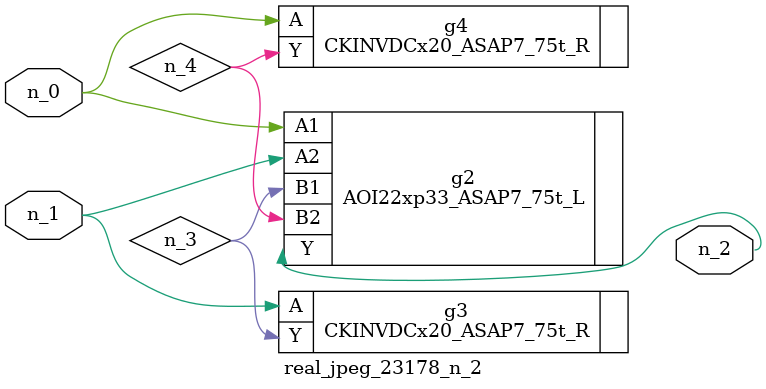
<source format=v>
module real_jpeg_23178_n_2 (n_1, n_0, n_2);

input n_1;
input n_0;

output n_2;

wire n_4;
wire n_3;

AOI22xp33_ASAP7_75t_L g2 ( 
.A1(n_0),
.A2(n_1),
.B1(n_3),
.B2(n_4),
.Y(n_2)
);

CKINVDCx20_ASAP7_75t_R g4 ( 
.A(n_0),
.Y(n_4)
);

CKINVDCx20_ASAP7_75t_R g3 ( 
.A(n_1),
.Y(n_3)
);


endmodule
</source>
